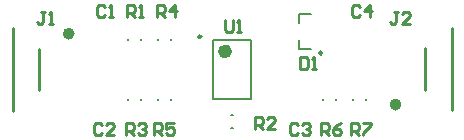
<source format=gto>
G04 Layer_Color=65535*
%FSLAX24Y24*%
%MOIN*%
G70*
G01*
G75*
%ADD20C,0.0197*%
%ADD21C,0.0236*%
%ADD22C,0.0098*%
%ADD23C,0.0100*%
%ADD24C,0.0079*%
D20*
X2152Y3681D02*
G03*
X2152Y3681I-98J0D01*
G01*
X13045Y1319D02*
G03*
X13045Y1319I-98J0D01*
G01*
D21*
X7382Y3091D02*
G03*
X7382Y3091I-118J0D01*
G01*
D22*
X6476Y3585D02*
G03*
X6476Y3585I-49J0D01*
G01*
X10502Y3041D02*
G03*
X10502Y3041I-49J0D01*
G01*
D23*
X1069Y1810D02*
Y3188D01*
X183Y1121D02*
Y3877D01*
X13931Y1812D02*
Y3190D01*
X14817Y1123D02*
Y3878D01*
X1267Y4400D02*
X1133D01*
X1200D01*
Y4067D01*
X1133Y4000D01*
X1067D01*
X1000Y4067D01*
X1400Y4000D02*
X1533D01*
X1467D01*
Y4400D01*
X1400Y4333D01*
X13017Y4400D02*
X12883D01*
X12950D01*
Y4067D01*
X12883Y4000D01*
X12817D01*
X12750Y4067D01*
X13416Y4000D02*
X13150D01*
X13416Y4267D01*
Y4333D01*
X13350Y4400D01*
X13217D01*
X13150Y4333D01*
X7250Y4150D02*
Y3817D01*
X7317Y3750D01*
X7450D01*
X7517Y3817D01*
Y4150D01*
X7650Y3750D02*
X7783D01*
X7717D01*
Y4150D01*
X7650Y4083D01*
X11450Y300D02*
Y700D01*
X11650D01*
X11717Y633D01*
Y500D01*
X11650Y433D01*
X11450D01*
X11583D02*
X11717Y300D01*
X11850Y700D02*
X12116D01*
Y633D01*
X11850Y367D01*
Y300D01*
X10450D02*
Y700D01*
X10650D01*
X10717Y633D01*
Y500D01*
X10650Y433D01*
X10450D01*
X10583D02*
X10717Y300D01*
X11116Y700D02*
X10983Y633D01*
X10850Y500D01*
Y367D01*
X10917Y300D01*
X11050D01*
X11116Y367D01*
Y433D01*
X11050Y500D01*
X10850D01*
X4900Y300D02*
Y700D01*
X5100D01*
X5167Y633D01*
Y500D01*
X5100Y433D01*
X4900D01*
X5033D02*
X5167Y300D01*
X5566Y700D02*
X5300D01*
Y500D01*
X5433Y567D01*
X5500D01*
X5566Y500D01*
Y367D01*
X5500Y300D01*
X5367D01*
X5300Y367D01*
X5000Y4250D02*
Y4650D01*
X5200D01*
X5267Y4583D01*
Y4450D01*
X5200Y4383D01*
X5000D01*
X5133D02*
X5267Y4250D01*
X5600D02*
Y4650D01*
X5400Y4450D01*
X5666D01*
X3950Y300D02*
Y700D01*
X4150D01*
X4217Y633D01*
Y500D01*
X4150Y433D01*
X3950D01*
X4083D02*
X4217Y300D01*
X4350Y633D02*
X4417Y700D01*
X4550D01*
X4616Y633D01*
Y567D01*
X4550Y500D01*
X4483D01*
X4550D01*
X4616Y433D01*
Y367D01*
X4550Y300D01*
X4417D01*
X4350Y367D01*
X8250Y500D02*
Y900D01*
X8450D01*
X8517Y833D01*
Y700D01*
X8450Y633D01*
X8250D01*
X8383D02*
X8517Y500D01*
X8916D02*
X8650D01*
X8916Y767D01*
Y833D01*
X8850Y900D01*
X8717D01*
X8650Y833D01*
X4000Y4250D02*
Y4650D01*
X4200D01*
X4267Y4583D01*
Y4450D01*
X4200Y4383D01*
X4000D01*
X4133D02*
X4267Y4250D01*
X4400D02*
X4533D01*
X4467D01*
Y4650D01*
X4400Y4583D01*
X9750Y2900D02*
Y2500D01*
X9950D01*
X10017Y2567D01*
Y2833D01*
X9950Y2900D01*
X9750D01*
X10150Y2500D02*
X10283D01*
X10217D01*
Y2900D01*
X10150Y2833D01*
X11767Y4583D02*
X11700Y4650D01*
X11567D01*
X11500Y4583D01*
Y4317D01*
X11567Y4250D01*
X11700D01*
X11767Y4317D01*
X12100Y4250D02*
Y4650D01*
X11900Y4450D01*
X12166D01*
X9687Y633D02*
X9620Y700D01*
X9487D01*
X9420Y633D01*
Y367D01*
X9487Y300D01*
X9620D01*
X9687Y367D01*
X9820Y633D02*
X9887Y700D01*
X10020D01*
X10086Y633D01*
Y567D01*
X10020Y500D01*
X9953D01*
X10020D01*
X10086Y433D01*
Y367D01*
X10020Y300D01*
X9887D01*
X9820Y367D01*
X3167Y633D02*
X3100Y700D01*
X2967D01*
X2900Y633D01*
Y367D01*
X2967Y300D01*
X3100D01*
X3167Y367D01*
X3566Y300D02*
X3300D01*
X3566Y567D01*
Y633D01*
X3500Y700D01*
X3367D01*
X3300Y633D01*
X3267Y4583D02*
X3200Y4650D01*
X3067D01*
X3000Y4583D01*
Y4317D01*
X3067Y4250D01*
X3200D01*
X3267Y4317D01*
X3400Y4250D02*
X3533D01*
X3467D01*
Y4650D01*
X3400Y4583D01*
D24*
X6870Y1516D02*
X8130D01*
X6870Y3484D02*
X8130D01*
Y1516D02*
Y3484D01*
X6870Y1516D02*
Y3484D01*
X7480Y524D02*
X7520D01*
X7480Y976D02*
X7520D01*
X10976Y1480D02*
Y1520D01*
X10524Y1480D02*
Y1520D01*
X11976Y1480D02*
Y1520D01*
X11524Y1480D02*
Y1520D01*
X4476Y1480D02*
Y1520D01*
X4024Y1480D02*
Y1520D01*
X4476Y3480D02*
Y3520D01*
X4024Y3480D02*
Y3520D01*
X5024Y1480D02*
Y1520D01*
X5476Y1480D02*
Y1520D01*
Y3480D02*
Y3520D01*
X5024Y3480D02*
Y3520D01*
X9724Y3159D02*
X10118D01*
X9724D02*
Y3474D01*
Y4341D02*
X10118D01*
X9724Y4026D02*
Y4341D01*
M02*

</source>
